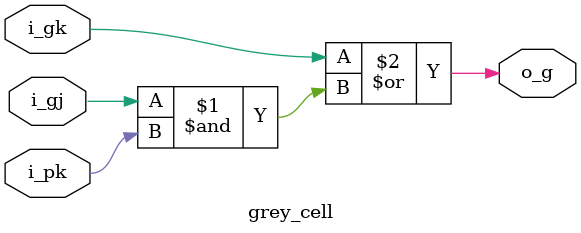
<source format=v>
`default_nettype none

module grey_cell(
  input  wire i_gj,
  input  wire i_pk,
  input  wire i_gk,
  output wire o_g
);

assign o_g = i_gk | (i_gj & i_pk);

endmodule

</source>
